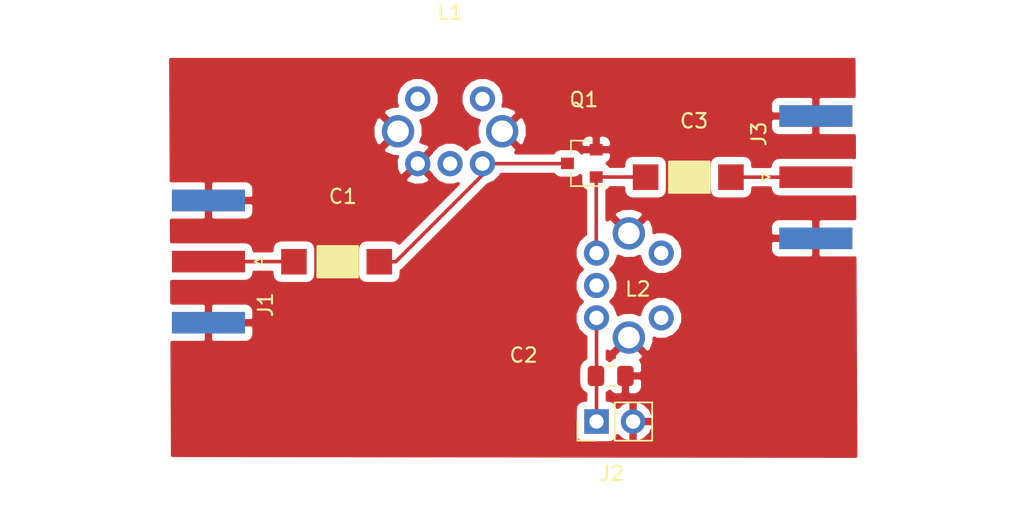
<source format=kicad_pcb>
(kicad_pcb (version 20171130) (host pcbnew "(6.0.0-rc1-dev-305-gf0b8b21)")

  (general
    (thickness 1.6)
    (drawings 0)
    (tracks 13)
    (zones 0)
    (modules 9)
    (nets 7)
  )

  (page A4)
  (layers
    (0 F.Cu signal)
    (31 B.Cu signal)
    (32 B.Adhes user)
    (33 F.Adhes user)
    (34 B.Paste user)
    (35 F.Paste user)
    (36 B.SilkS user)
    (37 F.SilkS user)
    (38 B.Mask user)
    (39 F.Mask user)
    (40 Dwgs.User user)
    (41 Cmts.User user)
    (42 Eco1.User user)
    (43 Eco2.User user)
    (44 Edge.Cuts user)
    (45 Margin user)
    (46 B.CrtYd user)
    (47 F.CrtYd user)
    (48 B.Fab user)
    (49 F.Fab user)
  )

  (setup
    (last_trace_width 0.25)
    (trace_clearance 0.2)
    (zone_clearance 0.508)
    (zone_45_only no)
    (trace_min 0.2)
    (via_size 0.8)
    (via_drill 0.4)
    (via_min_size 0.4)
    (via_min_drill 0.3)
    (uvia_size 0.3)
    (uvia_drill 0.1)
    (uvias_allowed no)
    (uvia_min_size 0.2)
    (uvia_min_drill 0.1)
    (edge_width 0.1)
    (segment_width 0.2)
    (pcb_text_width 0.3)
    (pcb_text_size 1.5 1.5)
    (mod_edge_width 0.15)
    (mod_text_size 1 1)
    (mod_text_width 0.15)
    (pad_size 2.25 2.25)
    (pad_drill 1.5)
    (pad_to_mask_clearance 0)
    (aux_axis_origin 0 0)
    (visible_elements FFFFFF7F)
    (pcbplotparams
      (layerselection 0x010fc_ffffffff)
      (usegerberextensions false)
      (usegerberattributes false)
      (usegerberadvancedattributes false)
      (creategerberjobfile false)
      (excludeedgelayer true)
      (linewidth 0.100000)
      (plotframeref false)
      (viasonmask false)
      (mode 1)
      (useauxorigin false)
      (hpglpennumber 1)
      (hpglpenspeed 20)
      (hpglpendiameter 15.000000)
      (psnegative false)
      (psa4output false)
      (plotreference true)
      (plotvalue true)
      (plotinvisibletext false)
      (padsonsilk false)
      (subtractmaskfromsilk false)
      (outputformat 1)
      (mirror false)
      (drillshape 1)
      (scaleselection 1)
      (outputdirectory ""))
  )

  (net 0 "")
  (net 1 "Net-(C1-Pad1)")
  (net 2 "Net-(C1-Pad2)")
  (net 3 +8V)
  (net 4 GND)
  (net 5 "Net-(C3-Pad2)")
  (net 6 "Net-(C3-Pad1)")

  (net_class Default "This is the default net class."
    (clearance 0.2)
    (trace_width 0.25)
    (via_dia 0.8)
    (via_drill 0.4)
    (uvia_dia 0.3)
    (uvia_drill 0.1)
    (add_net +8V)
    (add_net GND)
    (add_net "Net-(C1-Pad1)")
    (add_net "Net-(C1-Pad2)")
    (add_net "Net-(C3-Pad1)")
    (add_net "Net-(C3-Pad2)")
  )

  (module "Connector_PinHeader_2.54mm:Variable Capacitor" (layer F.Cu) (tedit 5E3CC113) (tstamp 5E477444)
    (at 141.300652 68.99 180)
    (path /5E4707C9)
    (fp_text reference C1 (at 0.020652 4.54 180) (layer F.SilkS)
      (effects (font (size 1 1) (thickness 0.15)))
    )
    (fp_text value 8-30pF (at 0.070652 2.35 180) (layer F.Fab)
      (effects (font (size 1 1) (thickness 0.15)))
    )
    (fp_poly (pts (xy -1.016 -1.0795) (xy -1.016 1.0795) (xy 1.778 1.0795) (xy 1.778 -1.0795)) (layer F.SilkS) (width 0.15))
    (pad 1 smd rect (at -2.516124 0 180) (size 1.778 1.778) (layers F.Cu F.Paste F.Mask)
      (net 1 "Net-(C1-Pad1)"))
    (pad 2 smd rect (at 3.419348 0 180) (size 1.778 1.778) (layers F.Cu F.Paste F.Mask)
      (net 2 "Net-(C1-Pad2)"))
  )

  (module Capacitor_SMD:C_0805_2012Metric_Pad1.15x1.40mm_HandSolder (layer F.Cu) (tedit 5B36C52B) (tstamp 5E477455)
    (at 159.905 76.93)
    (descr "Capacitor SMD 0805 (2012 Metric), square (rectangular) end terminal, IPC_7351 nominal with elongated pad for handsoldering. (Body size source: https://docs.google.com/spreadsheets/d/1BsfQQcO9C6DZCsRaXUlFlo91Tg2WpOkGARC1WS5S8t0/edit?usp=sharing), generated with kicad-footprint-generator")
    (tags "capacitor handsolder")
    (path /5E471017)
    (attr smd)
    (fp_text reference C2 (at -6.055 -1.44) (layer F.SilkS)
      (effects (font (size 1 1) (thickness 0.15)))
    )
    (fp_text value 1uF (at -5.835 0.09) (layer F.Fab)
      (effects (font (size 1 1) (thickness 0.15)))
    )
    (fp_line (start -1 0.6) (end -1 -0.6) (layer F.Fab) (width 0.1))
    (fp_line (start -1 -0.6) (end 1 -0.6) (layer F.Fab) (width 0.1))
    (fp_line (start 1 -0.6) (end 1 0.6) (layer F.Fab) (width 0.1))
    (fp_line (start 1 0.6) (end -1 0.6) (layer F.Fab) (width 0.1))
    (fp_line (start -0.261252 -0.71) (end 0.261252 -0.71) (layer F.SilkS) (width 0.12))
    (fp_line (start -0.261252 0.71) (end 0.261252 0.71) (layer F.SilkS) (width 0.12))
    (fp_line (start -1.85 0.95) (end -1.85 -0.95) (layer F.CrtYd) (width 0.05))
    (fp_line (start -1.85 -0.95) (end 1.85 -0.95) (layer F.CrtYd) (width 0.05))
    (fp_line (start 1.85 -0.95) (end 1.85 0.95) (layer F.CrtYd) (width 0.05))
    (fp_line (start 1.85 0.95) (end -1.85 0.95) (layer F.CrtYd) (width 0.05))
    (fp_text user %R (at 0 0) (layer F.Fab)
      (effects (font (size 0.5 0.5) (thickness 0.08)))
    )
    (pad 1 smd roundrect (at -1.025 0) (size 1.15 1.4) (layers F.Cu F.Paste F.Mask) (roundrect_rratio 0.217391)
      (net 3 +8V))
    (pad 2 smd roundrect (at 1.025 0) (size 1.15 1.4) (layers F.Cu F.Paste F.Mask) (roundrect_rratio 0.217391)
      (net 4 GND))
    (model ${KISYS3DMOD}/Capacitor_SMD.3dshapes/C_0805_2012Metric.wrl
      (at (xyz 0 0 0))
      (scale (xyz 1 1 1))
      (rotate (xyz 0 0 0))
    )
  )

  (module "Connector_PinHeader_2.54mm:Variable Capacitor" (layer F.Cu) (tedit 5E3CC113) (tstamp 5E47745C)
    (at 165.750652 63.11 180)
    (path /5E470B62)
    (fp_text reference C3 (at 0.050652 3.91 180) (layer F.SilkS)
      (effects (font (size 1 1) (thickness 0.15)))
    )
    (fp_text value 8-30pF (at 0.000652 2.05 180) (layer F.Fab)
      (effects (font (size 1 1) (thickness 0.15)))
    )
    (fp_poly (pts (xy -1.016 -1.0795) (xy -1.016 1.0795) (xy 1.778 1.0795) (xy 1.778 -1.0795)) (layer F.SilkS) (width 0.15))
    (pad 2 smd rect (at 3.419348 0 180) (size 1.778 1.778) (layers F.Cu F.Paste F.Mask)
      (net 5 "Net-(C3-Pad2)"))
    (pad 1 smd rect (at -2.516124 0 180) (size 1.778 1.778) (layers F.Cu F.Paste F.Mask)
      (net 6 "Net-(C3-Pad1)"))
  )

  (module Connector_Coaxial:SMA_Amphenol_132289_EdgeMount (layer F.Cu) (tedit 5A1C1810) (tstamp 5E47747F)
    (at 131.94 68.98 180)
    (descr http://www.amphenolrf.com/132289.html)
    (tags SMA)
    (path /5E4706A1)
    (attr smd)
    (fp_text reference J1 (at -3.96 -3 270) (layer F.SilkS)
      (effects (font (size 1 1) (thickness 0.15)))
    )
    (fp_text value Conn_Coaxial (at 8.41 7.62 180) (layer F.Fab)
      (effects (font (size 1 1) (thickness 0.15)))
    )
    (fp_line (start -3.71 0.25) (end -3.21 0) (layer F.SilkS) (width 0.12))
    (fp_line (start -3.71 -0.25) (end -3.71 0.25) (layer F.SilkS) (width 0.12))
    (fp_line (start -3.21 0) (end -3.71 -0.25) (layer F.SilkS) (width 0.12))
    (fp_line (start 3.54 0) (end 2.54 0.75) (layer F.Fab) (width 0.1))
    (fp_line (start 2.54 -0.75) (end 3.54 0) (layer F.Fab) (width 0.1))
    (fp_text user %R (at 4.79 0 90) (layer F.Fab)
      (effects (font (size 1 1) (thickness 0.15)))
    )
    (fp_line (start 14.47 -5.58) (end -3.04 -5.58) (layer F.CrtYd) (width 0.05))
    (fp_line (start 14.47 -5.58) (end 14.47 5.58) (layer F.CrtYd) (width 0.05))
    (fp_line (start 14.47 5.58) (end -3.04 5.58) (layer F.CrtYd) (width 0.05))
    (fp_line (start -3.04 5.58) (end -3.04 -5.58) (layer F.CrtYd) (width 0.05))
    (fp_line (start 14.47 -5.58) (end -3.04 -5.58) (layer B.CrtYd) (width 0.05))
    (fp_line (start 14.47 -5.58) (end 14.47 5.58) (layer B.CrtYd) (width 0.05))
    (fp_line (start 14.47 5.58) (end -3.04 5.58) (layer B.CrtYd) (width 0.05))
    (fp_line (start -3.04 5.58) (end -3.04 -5.58) (layer B.CrtYd) (width 0.05))
    (fp_line (start 4.445 -3.81) (end 13.97 -3.81) (layer F.Fab) (width 0.1))
    (fp_line (start 13.97 -3.81) (end 13.97 3.81) (layer F.Fab) (width 0.1))
    (fp_line (start 13.97 3.81) (end 4.445 3.81) (layer F.Fab) (width 0.1))
    (fp_line (start 4.445 5.08) (end 4.445 3.81) (layer F.Fab) (width 0.1))
    (fp_line (start 4.445 -3.81) (end 4.445 -5.08) (layer F.Fab) (width 0.1))
    (fp_line (start -1.91 -5.08) (end 4.445 -5.08) (layer F.Fab) (width 0.1))
    (fp_line (start -1.91 -5.08) (end -1.91 -3.81) (layer F.Fab) (width 0.1))
    (fp_line (start -1.91 -3.81) (end 2.54 -3.81) (layer F.Fab) (width 0.1))
    (fp_line (start 2.54 -3.81) (end 2.54 3.81) (layer F.Fab) (width 0.1))
    (fp_line (start 2.54 3.81) (end -1.91 3.81) (layer F.Fab) (width 0.1))
    (fp_line (start -1.91 3.81) (end -1.91 5.08) (layer F.Fab) (width 0.1))
    (fp_line (start -1.91 5.08) (end 4.445 5.08) (layer F.Fab) (width 0.1))
    (pad 2 smd rect (at 0 4.25 270) (size 1.5 5.08) (layers B.Cu B.Paste B.Mask)
      (net 4 GND))
    (pad 2 smd rect (at 0 -4.25 270) (size 1.5 5.08) (layers B.Cu B.Paste B.Mask)
      (net 4 GND))
    (pad 2 smd rect (at 0 4.25 270) (size 1.5 5.08) (layers F.Cu F.Paste F.Mask)
      (net 4 GND))
    (pad 2 smd rect (at 0 -4.25 270) (size 1.5 5.08) (layers F.Cu F.Paste F.Mask)
      (net 4 GND))
    (pad 1 smd rect (at 0 0 270) (size 1.5 5.08) (layers F.Cu F.Paste F.Mask)
      (net 2 "Net-(C1-Pad2)"))
    (model ${KISYS3DMOD}/Connector_Coaxial.3dshapes/SMA_Amphenol_132289_EdgeMount.wrl
      (at (xyz 0 0 0))
      (scale (xyz 1 1 1))
      (rotate (xyz 0 0 0))
    )
  )

  (module Connector_Coaxial:SMA_Amphenol_132289_EdgeMount (layer F.Cu) (tedit 5A1C1810) (tstamp 5E4774CD)
    (at 174.17 63.11)
    (descr http://www.amphenolrf.com/132289.html)
    (tags SMA)
    (path /5E470CBD)
    (attr smd)
    (fp_text reference J3 (at -3.96 -3 90) (layer F.SilkS)
      (effects (font (size 1 1) (thickness 0.15)))
    )
    (fp_text value Conn_Coaxial (at 8.5 6.95) (layer F.Fab)
      (effects (font (size 1 1) (thickness 0.15)))
    )
    (fp_line (start -1.91 5.08) (end 4.445 5.08) (layer F.Fab) (width 0.1))
    (fp_line (start -1.91 3.81) (end -1.91 5.08) (layer F.Fab) (width 0.1))
    (fp_line (start 2.54 3.81) (end -1.91 3.81) (layer F.Fab) (width 0.1))
    (fp_line (start 2.54 -3.81) (end 2.54 3.81) (layer F.Fab) (width 0.1))
    (fp_line (start -1.91 -3.81) (end 2.54 -3.81) (layer F.Fab) (width 0.1))
    (fp_line (start -1.91 -5.08) (end -1.91 -3.81) (layer F.Fab) (width 0.1))
    (fp_line (start -1.91 -5.08) (end 4.445 -5.08) (layer F.Fab) (width 0.1))
    (fp_line (start 4.445 -3.81) (end 4.445 -5.08) (layer F.Fab) (width 0.1))
    (fp_line (start 4.445 5.08) (end 4.445 3.81) (layer F.Fab) (width 0.1))
    (fp_line (start 13.97 3.81) (end 4.445 3.81) (layer F.Fab) (width 0.1))
    (fp_line (start 13.97 -3.81) (end 13.97 3.81) (layer F.Fab) (width 0.1))
    (fp_line (start 4.445 -3.81) (end 13.97 -3.81) (layer F.Fab) (width 0.1))
    (fp_line (start -3.04 5.58) (end -3.04 -5.58) (layer B.CrtYd) (width 0.05))
    (fp_line (start 14.47 5.58) (end -3.04 5.58) (layer B.CrtYd) (width 0.05))
    (fp_line (start 14.47 -5.58) (end 14.47 5.58) (layer B.CrtYd) (width 0.05))
    (fp_line (start 14.47 -5.58) (end -3.04 -5.58) (layer B.CrtYd) (width 0.05))
    (fp_line (start -3.04 5.58) (end -3.04 -5.58) (layer F.CrtYd) (width 0.05))
    (fp_line (start 14.47 5.58) (end -3.04 5.58) (layer F.CrtYd) (width 0.05))
    (fp_line (start 14.47 -5.58) (end 14.47 5.58) (layer F.CrtYd) (width 0.05))
    (fp_line (start 14.47 -5.58) (end -3.04 -5.58) (layer F.CrtYd) (width 0.05))
    (fp_text user %R (at 4.79 0 270) (layer F.Fab)
      (effects (font (size 1 1) (thickness 0.15)))
    )
    (fp_line (start 2.54 -0.75) (end 3.54 0) (layer F.Fab) (width 0.1))
    (fp_line (start 3.54 0) (end 2.54 0.75) (layer F.Fab) (width 0.1))
    (fp_line (start -3.21 0) (end -3.71 -0.25) (layer F.SilkS) (width 0.12))
    (fp_line (start -3.71 -0.25) (end -3.71 0.25) (layer F.SilkS) (width 0.12))
    (fp_line (start -3.71 0.25) (end -3.21 0) (layer F.SilkS) (width 0.12))
    (pad 1 smd rect (at 0 0 90) (size 1.5 5.08) (layers F.Cu F.Paste F.Mask)
      (net 6 "Net-(C3-Pad1)"))
    (pad 2 smd rect (at 0 -4.25 90) (size 1.5 5.08) (layers F.Cu F.Paste F.Mask)
      (net 4 GND))
    (pad 2 smd rect (at 0 4.25 90) (size 1.5 5.08) (layers F.Cu F.Paste F.Mask)
      (net 4 GND))
    (pad 2 smd rect (at 0 -4.25 90) (size 1.5 5.08) (layers B.Cu B.Paste B.Mask)
      (net 4 GND))
    (pad 2 smd rect (at 0 4.25 90) (size 1.5 5.08) (layers B.Cu B.Paste B.Mask)
      (net 4 GND))
    (model ${KISYS3DMOD}/Connector_Coaxial.3dshapes/SMA_Amphenol_132289_EdgeMount.wrl
      (at (xyz 0 0 0))
      (scale (xyz 1 1 1))
      (rotate (xyz 0 0 0))
    )
  )

  (module LT:IND_trimmer_7M3 (layer F.Cu) (tedit 5E473934) (tstamp 5E4774DD)
    (at 148.74 59.92 180)
    (path /5E470843)
    (fp_text reference L1 (at 0.01 8.28 180) (layer F.SilkS)
      (effects (font (size 1 1) (thickness 0.15)))
    )
    (fp_text value 0.54-0.81uH (at 0.01 6.31 180) (layer F.Fab)
      (effects (font (size 1 1) (thickness 0.15)))
    )
    (fp_line (start 0 -3.81) (end -3.81 -3.81) (layer F.CrtYd) (width 0.12))
    (fp_line (start -3.81 -3.81) (end -3.81 3.81) (layer F.CrtYd) (width 0.12))
    (fp_line (start -3.81 3.81) (end 3.81 3.81) (layer F.CrtYd) (width 0.12))
    (fp_line (start 3.81 3.81) (end 3.81 -3.81) (layer F.CrtYd) (width 0.12))
    (fp_line (start 3.81 -3.81) (end 0 -3.81) (layer F.CrtYd) (width 0.12))
    (pad 2 thru_hole circle (at 0 -2.25 180) (size 1.75 1.75) (drill 1) (layers *.Cu *.Mask))
    (pad 6 thru_hole circle (at -2.25 2.25 180) (size 1.75 1.75) (drill 1) (layers *.Cu *.Mask))
    (pad 1 thru_hole circle (at -2.25 -2.25 180) (size 1.75 1.75) (drill 1) (layers *.Cu *.Mask)
      (net 1 "Net-(C1-Pad1)"))
    (pad 3 thru_hole circle (at 2.25 -2.25 180) (size 1.75 1.75) (drill 1) (layers *.Cu *.Mask)
      (net 4 GND))
    (pad 4 thru_hole circle (at 2.25 2.25 180) (size 1.75 1.75) (drill 1) (layers *.Cu *.Mask))
    (pad 5 thru_hole circle (at -3.62 0 180) (size 2.25 2.25) (drill 1.5) (layers *.Cu *.Mask)
      (net 4 GND))
    (pad 5 thru_hole circle (at 3.62 0 180) (size 2.25 2.25) (drill 1.5) (layers *.Cu *.Mask)
      (net 4 GND))
  )

  (module LT:IND_trimmer_7M3 (layer F.Cu) (tedit 5E473947) (tstamp 5E4774ED)
    (at 161.17 70.64 90)
    (path /5E470C14)
    (fp_text reference L2 (at -0.25 0.62 180) (layer F.SilkS)
      (effects (font (size 1 1) (thickness 0.15)))
    )
    (fp_text value 1.8-2.6uH (at -1.18 -8.2 180) (layer F.Fab)
      (effects (font (size 1 1) (thickness 0.15)))
    )
    (fp_line (start 3.81 -3.81) (end 0 -3.81) (layer F.CrtYd) (width 0.12))
    (fp_line (start 3.81 3.81) (end 3.81 -3.81) (layer F.CrtYd) (width 0.12))
    (fp_line (start -3.81 3.81) (end 3.81 3.81) (layer F.CrtYd) (width 0.12))
    (fp_line (start -3.81 -3.81) (end -3.81 3.81) (layer F.CrtYd) (width 0.12))
    (fp_line (start 0 -3.81) (end -3.81 -3.81) (layer F.CrtYd) (width 0.12))
    (pad 5 thru_hole circle (at 3.62 0 90) (size 2.25 2.25) (drill 1.5) (layers *.Cu *.Mask)
      (net 4 GND))
    (pad 5 thru_hole circle (at -3.62 0 90) (size 2.25 2.25) (drill 1.5) (layers *.Cu *.Mask)
      (net 4 GND))
    (pad 4 thru_hole circle (at 2.25 2.25 90) (size 1.75 1.75) (drill 1) (layers *.Cu *.Mask))
    (pad 3 thru_hole circle (at 2.25 -2.25 90) (size 1.75 1.75) (drill 1) (layers *.Cu *.Mask)
      (net 5 "Net-(C3-Pad2)"))
    (pad 1 thru_hole circle (at -2.25 -2.25 90) (size 1.75 1.75) (drill 1) (layers *.Cu *.Mask)
      (net 3 +8V))
    (pad 6 thru_hole circle (at -2.25 2.25 90) (size 1.75 1.75) (drill 1) (layers *.Cu *.Mask))
    (pad 2 thru_hole circle (at 0 -2.25 90) (size 1.75 1.75) (drill 1) (layers *.Cu *.Mask))
  )

  (module Package_TO_SOT_SMD:SOT-23 (layer F.Cu) (tedit 5E473814) (tstamp 5E477502)
    (at 157.9 62.15 180)
    (descr "SOT-23, Standard")
    (tags SOT-23)
    (path /5E47098D)
    (attr smd)
    (fp_text reference Q1 (at -0.14 4.43 180) (layer F.SilkS)
      (effects (font (size 1 1) (thickness 0.15)))
    )
    (fp_text value 2N5486 (at -0.03 2.73 180) (layer F.Fab)
      (effects (font (size 1 1) (thickness 0.15)))
    )
    (fp_text user %R (at 0 0 270) (layer F.Fab)
      (effects (font (size 0.5 0.5) (thickness 0.075)))
    )
    (fp_line (start -0.7 -0.95) (end -0.7 1.5) (layer F.Fab) (width 0.1))
    (fp_line (start -0.15 -1.52) (end 0.7 -1.52) (layer F.Fab) (width 0.1))
    (fp_line (start -0.7 -0.95) (end -0.15 -1.52) (layer F.Fab) (width 0.1))
    (fp_line (start 0.7 -1.52) (end 0.7 1.52) (layer F.Fab) (width 0.1))
    (fp_line (start -0.7 1.52) (end 0.7 1.52) (layer F.Fab) (width 0.1))
    (fp_line (start 0.76 1.58) (end 0.76 0.65) (layer F.SilkS) (width 0.12))
    (fp_line (start 0.76 -1.58) (end 0.76 -0.65) (layer F.SilkS) (width 0.12))
    (fp_line (start -1.7 -1.75) (end 1.7 -1.75) (layer F.CrtYd) (width 0.05))
    (fp_line (start 1.7 -1.75) (end 1.7 1.75) (layer F.CrtYd) (width 0.05))
    (fp_line (start 1.7 1.75) (end -1.7 1.75) (layer F.CrtYd) (width 0.05))
    (fp_line (start -1.7 1.75) (end -1.7 -1.75) (layer F.CrtYd) (width 0.05))
    (fp_line (start 0.76 -1.58) (end -1.4 -1.58) (layer F.SilkS) (width 0.12))
    (fp_line (start 0.76 1.58) (end -0.7 1.58) (layer F.SilkS) (width 0.12))
    (pad 1 smd rect (at -1 -0.95 180) (size 0.9 0.8) (layers F.Cu F.Paste F.Mask)
      (net 5 "Net-(C3-Pad2)"))
    (pad 2 smd rect (at -1 0.95 180) (size 0.9 0.8) (layers F.Cu F.Paste F.Mask)
      (net 4 GND))
    (pad 3 smd rect (at 1 0 180) (size 0.9 0.8) (layers F.Cu F.Paste F.Mask)
      (net 1 "Net-(C1-Pad1)"))
    (model ${KISYS3DMOD}/Package_TO_SOT_SMD.3dshapes/SOT-23.wrl
      (at (xyz 0 0 0))
      (scale (xyz 1 1 1))
      (rotate (xyz 0 0 0))
    )
  )

  (module Connector_PinHeader_2.54mm:PinHeader_1x02_P2.54mm_Vertical (layer F.Cu) (tedit 59FED5CC) (tstamp 5E473DDF)
    (at 158.92 80.1 90)
    (descr "Through hole straight pin header, 1x02, 2.54mm pitch, single row")
    (tags "Through hole pin header THT 1x02 2.54mm single row")
    (path /5E4711B0)
    (fp_text reference J2 (at -3.61 1.06 180) (layer F.SilkS)
      (effects (font (size 1 1) (thickness 0.15)))
    )
    (fp_text value Conn_01x02_Male (at -5.23 0.7 180) (layer F.Fab)
      (effects (font (size 1 1) (thickness 0.15)))
    )
    (fp_line (start -0.635 -1.27) (end 1.27 -1.27) (layer F.Fab) (width 0.1))
    (fp_line (start 1.27 -1.27) (end 1.27 3.81) (layer F.Fab) (width 0.1))
    (fp_line (start 1.27 3.81) (end -1.27 3.81) (layer F.Fab) (width 0.1))
    (fp_line (start -1.27 3.81) (end -1.27 -0.635) (layer F.Fab) (width 0.1))
    (fp_line (start -1.27 -0.635) (end -0.635 -1.27) (layer F.Fab) (width 0.1))
    (fp_line (start -1.33 3.87) (end 1.33 3.87) (layer F.SilkS) (width 0.12))
    (fp_line (start -1.33 1.27) (end -1.33 3.87) (layer F.SilkS) (width 0.12))
    (fp_line (start 1.33 1.27) (end 1.33 3.87) (layer F.SilkS) (width 0.12))
    (fp_line (start -1.33 1.27) (end 1.33 1.27) (layer F.SilkS) (width 0.12))
    (fp_line (start -1.33 0) (end -1.33 -1.33) (layer F.SilkS) (width 0.12))
    (fp_line (start -1.33 -1.33) (end 0 -1.33) (layer F.SilkS) (width 0.12))
    (fp_line (start -1.8 -1.8) (end -1.8 4.35) (layer F.CrtYd) (width 0.05))
    (fp_line (start -1.8 4.35) (end 1.8 4.35) (layer F.CrtYd) (width 0.05))
    (fp_line (start 1.8 4.35) (end 1.8 -1.8) (layer F.CrtYd) (width 0.05))
    (fp_line (start 1.8 -1.8) (end -1.8 -1.8) (layer F.CrtYd) (width 0.05))
    (fp_text user %R (at 0 1.27 180) (layer F.Fab)
      (effects (font (size 1 1) (thickness 0.15)))
    )
    (pad 1 thru_hole rect (at 0 0 90) (size 1.7 1.7) (drill 1) (layers *.Cu *.Mask)
      (net 3 +8V))
    (pad 2 thru_hole oval (at 0 2.54 90) (size 1.7 1.7) (drill 1) (layers *.Cu *.Mask)
      (net 4 GND))
    (model ${KISYS3DMOD}/Connector_PinHeader_2.54mm.3dshapes/PinHeader_1x02_P2.54mm_Vertical.wrl
      (at (xyz 0 0 0))
      (scale (xyz 1 1 1))
      (rotate (xyz 0 0 0))
    )
  )

  (segment (start 150.99 62.955776) (end 150.99 62.17) (width 0.25) (layer F.Cu) (net 1) (status 30))
  (segment (start 144.955776 68.99) (end 150.99 62.955776) (width 0.25) (layer F.Cu) (net 1) (status 20))
  (segment (start 143.816776 68.99) (end 144.955776 68.99) (width 0.25) (layer F.Cu) (net 1) (status 10))
  (segment (start 156.88 62.17) (end 156.9 62.15) (width 0.25) (layer F.Cu) (net 1))
  (segment (start 150.99 62.17) (end 156.88 62.17) (width 0.25) (layer F.Cu) (net 1))
  (segment (start 137.871304 68.98) (end 137.881304 68.99) (width 0.25) (layer F.Cu) (net 2) (status 30))
  (segment (start 131.94 68.98) (end 137.871304 68.98) (width 0.25) (layer F.Cu) (net 2) (status 30))
  (segment (start 158.92 72.89) (end 158.92 80.1) (width 0.25) (layer F.Cu) (net 3))
  (segment (start 158.9 68.37) (end 158.92 68.39) (width 0.25) (layer F.Cu) (net 5))
  (segment (start 158.9 63.1) (end 158.9 68.37) (width 0.25) (layer F.Cu) (net 5))
  (segment (start 162.321304 63.1) (end 162.331304 63.11) (width 0.25) (layer F.Cu) (net 5))
  (segment (start 158.9 63.1) (end 162.321304 63.1) (width 0.25) (layer F.Cu) (net 5))
  (segment (start 168.266776 63.11) (end 174.17 63.11) (width 0.25) (layer F.Cu) (net 6))

  (zone (net 4) (net_name GND) (layer F.Cu) (tstamp 0) (hatch edge 0.508)
    (connect_pads (clearance 0.508))
    (min_thickness 0.254)
    (fill yes (arc_segments 16) (thermal_gap 0.508) (thermal_bridge_width 0.508))
    (polygon
      (pts
        (xy 129.2 54.82) (xy 129.33 82.57) (xy 177.06 82.63) (xy 176.93 54.82)
      )
    )
    (filled_polygon
      (pts
        (xy 176.815409 57.475) (xy 174.45575 57.475) (xy 174.297 57.63375) (xy 174.297 58.733) (xy 174.317 58.733)
        (xy 174.317 58.987) (xy 174.297 58.987) (xy 174.297 60.08625) (xy 174.45575 60.245) (xy 176.828358 60.245)
        (xy 176.835335 61.73749) (xy 176.71 61.71256) (xy 171.63 61.71256) (xy 171.382235 61.761843) (xy 171.172191 61.902191)
        (xy 171.031843 62.112235) (xy 170.984549 62.35) (xy 169.803216 62.35) (xy 169.803216 62.221) (xy 169.753933 61.973235)
        (xy 169.613585 61.763191) (xy 169.403541 61.622843) (xy 169.155776 61.57356) (xy 167.377776 61.57356) (xy 167.130011 61.622843)
        (xy 166.919967 61.763191) (xy 166.779619 61.973235) (xy 166.730336 62.221) (xy 166.730336 63.999) (xy 166.779619 64.246765)
        (xy 166.919967 64.456809) (xy 167.130011 64.597157) (xy 167.377776 64.64644) (xy 169.155776 64.64644) (xy 169.403541 64.597157)
        (xy 169.613585 64.456809) (xy 169.753933 64.246765) (xy 169.803216 63.999) (xy 169.803216 63.87) (xy 170.984549 63.87)
        (xy 171.031843 64.107765) (xy 171.172191 64.317809) (xy 171.382235 64.458157) (xy 171.63 64.50744) (xy 176.71 64.50744)
        (xy 176.848155 64.47996) (xy 176.85518 65.982816) (xy 176.83631 65.975) (xy 174.45575 65.975) (xy 174.297 66.13375)
        (xy 174.297 67.233) (xy 174.317 67.233) (xy 174.317 67.487) (xy 174.297 67.487) (xy 174.297 68.58625)
        (xy 174.45575 68.745) (xy 176.83631 68.745) (xy 176.86803 68.731861) (xy 176.932404 82.502839) (xy 129.456408 82.443159)
        (xy 129.419735 74.615) (xy 131.65425 74.615) (xy 131.813 74.45625) (xy 131.813 73.357) (xy 132.067 73.357)
        (xy 132.067 74.45625) (xy 132.22575 74.615) (xy 134.60631 74.615) (xy 134.839699 74.518327) (xy 135.018327 74.339698)
        (xy 135.115 74.106309) (xy 135.115 73.51575) (xy 134.95625 73.357) (xy 132.067 73.357) (xy 131.813 73.357)
        (xy 131.793 73.357) (xy 131.793 73.103) (xy 131.813 73.103) (xy 131.813 72.00375) (xy 132.067 72.00375)
        (xy 132.067 73.103) (xy 134.95625 73.103) (xy 135.115 72.94425) (xy 135.115 72.353691) (xy 135.018327 72.120302)
        (xy 134.839699 71.941673) (xy 134.60631 71.845) (xy 132.22575 71.845) (xy 132.067 72.00375) (xy 131.813 72.00375)
        (xy 131.65425 71.845) (xy 129.406759 71.845) (xy 129.399884 70.377417) (xy 129.4 70.37744) (xy 134.48 70.37744)
        (xy 134.727765 70.328157) (xy 134.937809 70.187809) (xy 135.078157 69.977765) (xy 135.125451 69.74) (xy 136.344864 69.74)
        (xy 136.344864 69.879) (xy 136.394147 70.126765) (xy 136.534495 70.336809) (xy 136.744539 70.477157) (xy 136.992304 70.52644)
        (xy 138.770304 70.52644) (xy 139.018069 70.477157) (xy 139.228113 70.336809) (xy 139.368461 70.126765) (xy 139.417744 69.879)
        (xy 139.417744 68.101) (xy 142.280336 68.101) (xy 142.280336 69.879) (xy 142.329619 70.126765) (xy 142.469967 70.336809)
        (xy 142.680011 70.477157) (xy 142.927776 70.52644) (xy 144.705776 70.52644) (xy 144.953541 70.477157) (xy 145.163585 70.336809)
        (xy 145.303933 70.126765) (xy 145.353216 69.879) (xy 145.353216 69.638483) (xy 145.503705 69.537929) (xy 145.546107 69.47447)
        (xy 151.376091 63.644488) (xy 151.845346 63.450116) (xy 152.270116 63.025346) (xy 152.30961 62.93) (xy 155.9402 62.93)
        (xy 155.992191 63.007809) (xy 156.202235 63.148157) (xy 156.45 63.19744) (xy 157.35 63.19744) (xy 157.597765 63.148157)
        (xy 157.80256 63.011316) (xy 157.80256 63.5) (xy 157.851843 63.747765) (xy 157.992191 63.957809) (xy 158.14 64.056573)
        (xy 158.140001 67.078674) (xy 158.064654 67.109884) (xy 157.639884 67.534654) (xy 157.41 68.089642) (xy 157.41 68.690358)
        (xy 157.639884 69.245346) (xy 157.909538 69.515) (xy 157.639884 69.784654) (xy 157.41 70.339642) (xy 157.41 70.940358)
        (xy 157.639884 71.495346) (xy 157.909538 71.765) (xy 157.639884 72.034654) (xy 157.41 72.589642) (xy 157.41 73.190358)
        (xy 157.639884 73.745346) (xy 158.064654 74.170116) (xy 158.16 74.20961) (xy 158.16 75.685327) (xy 157.920414 75.845414)
        (xy 157.725873 76.136564) (xy 157.65756 76.479999) (xy 157.65756 77.380001) (xy 157.725873 77.723436) (xy 157.920414 78.014586)
        (xy 158.160001 78.174673) (xy 158.160001 78.60256) (xy 158.07 78.60256) (xy 157.822235 78.651843) (xy 157.612191 78.792191)
        (xy 157.471843 79.002235) (xy 157.42256 79.25) (xy 157.42256 80.95) (xy 157.471843 81.197765) (xy 157.612191 81.407809)
        (xy 157.822235 81.548157) (xy 158.07 81.59744) (xy 159.77 81.59744) (xy 160.017765 81.548157) (xy 160.227809 81.407809)
        (xy 160.368157 81.197765) (xy 160.388739 81.094292) (xy 160.693076 81.371645) (xy 161.10311 81.541476) (xy 161.333 81.420155)
        (xy 161.333 80.227) (xy 161.587 80.227) (xy 161.587 81.420155) (xy 161.81689 81.541476) (xy 162.226924 81.371645)
        (xy 162.655183 80.981358) (xy 162.901486 80.456892) (xy 162.780819 80.227) (xy 161.587 80.227) (xy 161.333 80.227)
        (xy 161.313 80.227) (xy 161.313 79.973) (xy 161.333 79.973) (xy 161.333 78.779845) (xy 161.587 78.779845)
        (xy 161.587 79.973) (xy 162.780819 79.973) (xy 162.901486 79.743108) (xy 162.655183 79.218642) (xy 162.226924 78.828355)
        (xy 161.81689 78.658524) (xy 161.587 78.779845) (xy 161.333 78.779845) (xy 161.10311 78.658524) (xy 160.693076 78.828355)
        (xy 160.388739 79.105708) (xy 160.368157 79.002235) (xy 160.227809 78.792191) (xy 160.017765 78.651843) (xy 159.77 78.60256)
        (xy 159.68 78.60256) (xy 159.68 78.121218) (xy 159.839586 78.014586) (xy 159.840377 78.013403) (xy 159.995302 78.168327)
        (xy 160.228691 78.265) (xy 160.64425 78.265) (xy 160.803 78.10625) (xy 160.803 77.057) (xy 161.057 77.057)
        (xy 161.057 78.10625) (xy 161.21575 78.265) (xy 161.631309 78.265) (xy 161.864698 78.168327) (xy 162.043327 77.989699)
        (xy 162.14 77.75631) (xy 162.14 77.21575) (xy 161.98125 77.057) (xy 161.057 77.057) (xy 160.803 77.057)
        (xy 160.783 77.057) (xy 160.783 76.803) (xy 160.803 76.803) (xy 160.803 76.783) (xy 161.057 76.783)
        (xy 161.057 76.803) (xy 161.98125 76.803) (xy 162.14 76.64425) (xy 162.14 76.10369) (xy 162.043327 75.870301)
        (xy 162.00371 75.830684) (xy 162.119379 75.782773) (xy 162.233342 75.502947) (xy 161.17 74.439605) (xy 160.106658 75.502947)
        (xy 160.156351 75.624964) (xy 159.995302 75.691673) (xy 159.840377 75.846597) (xy 159.839586 75.845414) (xy 159.68 75.738782)
        (xy 159.68 75.222726) (xy 159.927053 75.323342) (xy 160.990395 74.26) (xy 160.976253 74.245858) (xy 161.155858 74.066253)
        (xy 161.17 74.080395) (xy 161.184143 74.066253) (xy 161.363748 74.245858) (xy 161.349605 74.26) (xy 162.412947 75.323342)
        (xy 162.692773 75.209379) (xy 162.94017 74.554371) (xy 162.932853 74.322629) (xy 163.119642 74.4) (xy 163.720358 74.4)
        (xy 164.275346 74.170116) (xy 164.700116 73.745346) (xy 164.93 73.190358) (xy 164.93 72.589642) (xy 164.700116 72.034654)
        (xy 164.275346 71.609884) (xy 163.720358 71.38) (xy 163.119642 71.38) (xy 162.564654 71.609884) (xy 162.139884 72.034654)
        (xy 161.91 72.589642) (xy 161.91 72.658144) (xy 161.464371 72.48983) (xy 160.764549 72.511925) (xy 160.43 72.6505)
        (xy 160.43 72.589642) (xy 160.200116 72.034654) (xy 159.930462 71.765) (xy 160.200116 71.495346) (xy 160.43 70.940358)
        (xy 160.43 70.339642) (xy 160.200116 69.784654) (xy 159.930462 69.515) (xy 160.200116 69.245346) (xy 160.43 68.690358)
        (xy 160.43 68.621856) (xy 160.875629 68.79017) (xy 161.575451 68.768075) (xy 161.91 68.6295) (xy 161.91 68.690358)
        (xy 162.139884 69.245346) (xy 162.564654 69.670116) (xy 163.119642 69.9) (xy 163.720358 69.9) (xy 164.275346 69.670116)
        (xy 164.700116 69.245346) (xy 164.93 68.690358) (xy 164.93 68.089642) (xy 164.746134 67.64575) (xy 170.995 67.64575)
        (xy 170.995 68.236309) (xy 171.091673 68.469698) (xy 171.270301 68.648327) (xy 171.50369 68.745) (xy 173.88425 68.745)
        (xy 174.043 68.58625) (xy 174.043 67.487) (xy 171.15375 67.487) (xy 170.995 67.64575) (xy 164.746134 67.64575)
        (xy 164.700116 67.534654) (xy 164.275346 67.109884) (xy 163.720358 66.88) (xy 163.119642 66.88) (xy 162.92895 66.958987)
        (xy 162.918075 66.614549) (xy 162.863872 66.483691) (xy 170.995 66.483691) (xy 170.995 67.07425) (xy 171.15375 67.233)
        (xy 174.043 67.233) (xy 174.043 66.13375) (xy 173.88425 65.975) (xy 171.50369 65.975) (xy 171.270301 66.071673)
        (xy 171.091673 66.250302) (xy 170.995 66.483691) (xy 162.863872 66.483691) (xy 162.692773 66.070621) (xy 162.412947 65.956658)
        (xy 161.349605 67.02) (xy 161.363748 67.034143) (xy 161.184143 67.213748) (xy 161.17 67.199605) (xy 161.155858 67.213748)
        (xy 160.976253 67.034143) (xy 160.990395 67.02) (xy 159.927053 65.956658) (xy 159.66 66.065419) (xy 159.66 65.777053)
        (xy 160.106658 65.777053) (xy 161.17 66.840395) (xy 162.233342 65.777053) (xy 162.119379 65.497227) (xy 161.464371 65.24983)
        (xy 160.764549 65.271925) (xy 160.220621 65.497227) (xy 160.106658 65.777053) (xy 159.66 65.777053) (xy 159.66 64.056573)
        (xy 159.807809 63.957809) (xy 159.873163 63.86) (xy 160.794864 63.86) (xy 160.794864 63.999) (xy 160.844147 64.246765)
        (xy 160.984495 64.456809) (xy 161.194539 64.597157) (xy 161.442304 64.64644) (xy 163.220304 64.64644) (xy 163.468069 64.597157)
        (xy 163.678113 64.456809) (xy 163.818461 64.246765) (xy 163.867744 63.999) (xy 163.867744 62.221) (xy 163.818461 61.973235)
        (xy 163.678113 61.763191) (xy 163.468069 61.622843) (xy 163.220304 61.57356) (xy 161.442304 61.57356) (xy 161.194539 61.622843)
        (xy 160.984495 61.763191) (xy 160.844147 61.973235) (xy 160.794864 62.221) (xy 160.794864 62.34) (xy 159.873163 62.34)
        (xy 159.807809 62.242191) (xy 159.674306 62.152987) (xy 159.709698 62.138327) (xy 159.888327 61.959699) (xy 159.985 61.72631)
        (xy 159.985 61.48575) (xy 159.82625 61.327) (xy 159.027 61.327) (xy 159.027 61.347) (xy 158.773 61.347)
        (xy 158.773 61.327) (xy 157.97375 61.327) (xy 157.888219 61.412531) (xy 157.807809 61.292191) (xy 157.597765 61.151843)
        (xy 157.35 61.10256) (xy 156.45 61.10256) (xy 156.202235 61.151843) (xy 155.992191 61.292191) (xy 155.913473 61.41)
        (xy 153.322726 61.41) (xy 153.423342 61.162947) (xy 152.36 60.099605) (xy 152.345858 60.113748) (xy 152.166253 59.934143)
        (xy 152.180395 59.92) (xy 152.539605 59.92) (xy 153.602947 60.983342) (xy 153.882773 60.869379) (xy 153.956684 60.67369)
        (xy 157.815 60.67369) (xy 157.815 60.91425) (xy 157.97375 61.073) (xy 158.773 61.073) (xy 158.773 60.32375)
        (xy 159.027 60.32375) (xy 159.027 61.073) (xy 159.82625 61.073) (xy 159.985 60.91425) (xy 159.985 60.67369)
        (xy 159.888327 60.440301) (xy 159.709698 60.261673) (xy 159.476309 60.165) (xy 159.18575 60.165) (xy 159.027 60.32375)
        (xy 158.773 60.32375) (xy 158.61425 60.165) (xy 158.323691 60.165) (xy 158.090302 60.261673) (xy 157.911673 60.440301)
        (xy 157.815 60.67369) (xy 153.956684 60.67369) (xy 154.13017 60.214371) (xy 154.108075 59.514549) (xy 153.955314 59.14575)
        (xy 170.995 59.14575) (xy 170.995 59.736309) (xy 171.091673 59.969698) (xy 171.270301 60.148327) (xy 171.50369 60.245)
        (xy 173.88425 60.245) (xy 174.043 60.08625) (xy 174.043 58.987) (xy 171.15375 58.987) (xy 170.995 59.14575)
        (xy 153.955314 59.14575) (xy 153.882773 58.970621) (xy 153.602947 58.856658) (xy 152.539605 59.92) (xy 152.180395 59.92)
        (xy 152.166253 59.905858) (xy 152.345858 59.726253) (xy 152.36 59.740395) (xy 153.423342 58.677053) (xy 153.309379 58.397227)
        (xy 152.654371 58.14983) (xy 152.422629 58.157147) (xy 152.494477 57.983691) (xy 170.995 57.983691) (xy 170.995 58.57425)
        (xy 171.15375 58.733) (xy 174.043 58.733) (xy 174.043 57.63375) (xy 173.88425 57.475) (xy 171.50369 57.475)
        (xy 171.270301 57.571673) (xy 171.091673 57.750302) (xy 170.995 57.983691) (xy 152.494477 57.983691) (xy 152.5 57.970358)
        (xy 152.5 57.369642) (xy 152.270116 56.814654) (xy 151.845346 56.389884) (xy 151.290358 56.16) (xy 150.689642 56.16)
        (xy 150.134654 56.389884) (xy 149.709884 56.814654) (xy 149.48 57.369642) (xy 149.48 57.970358) (xy 149.709884 58.525346)
        (xy 150.134654 58.950116) (xy 150.689642 59.18) (xy 150.758144 59.18) (xy 150.58983 59.625629) (xy 150.611925 60.325451)
        (xy 150.7505 60.66) (xy 150.689642 60.66) (xy 150.134654 60.889884) (xy 149.865 61.159538) (xy 149.595346 60.889884)
        (xy 149.040358 60.66) (xy 148.439642 60.66) (xy 147.884654 60.889884) (xy 147.459884 61.314654) (xy 147.413875 61.42573)
        (xy 146.669605 62.17) (xy 147.413875 62.91427) (xy 147.459884 63.025346) (xy 147.884654 63.450116) (xy 148.439642 63.68)
        (xy 149.040358 63.68) (xy 149.297475 63.573498) (xy 145.1893 67.681675) (xy 145.163585 67.643191) (xy 144.953541 67.502843)
        (xy 144.705776 67.45356) (xy 142.927776 67.45356) (xy 142.680011 67.502843) (xy 142.469967 67.643191) (xy 142.329619 67.853235)
        (xy 142.280336 68.101) (xy 139.417744 68.101) (xy 139.368461 67.853235) (xy 139.228113 67.643191) (xy 139.018069 67.502843)
        (xy 138.770304 67.45356) (xy 136.992304 67.45356) (xy 136.744539 67.502843) (xy 136.534495 67.643191) (xy 136.394147 67.853235)
        (xy 136.344864 68.101) (xy 136.344864 68.22) (xy 135.125451 68.22) (xy 135.078157 67.982235) (xy 134.937809 67.772191)
        (xy 134.727765 67.631843) (xy 134.48 67.58256) (xy 129.4 67.58256) (xy 129.386803 67.585185) (xy 129.379916 66.115)
        (xy 131.65425 66.115) (xy 131.813 65.95625) (xy 131.813 64.857) (xy 132.067 64.857) (xy 132.067 65.95625)
        (xy 132.22575 66.115) (xy 134.60631 66.115) (xy 134.839699 66.018327) (xy 135.018327 65.839698) (xy 135.115 65.606309)
        (xy 135.115 65.01575) (xy 134.95625 64.857) (xy 132.067 64.857) (xy 131.813 64.857) (xy 131.793 64.857)
        (xy 131.793 64.603) (xy 131.813 64.603) (xy 131.813 63.50375) (xy 132.067 63.50375) (xy 132.067 64.603)
        (xy 134.95625 64.603) (xy 135.115 64.44425) (xy 135.115 63.853691) (xy 135.018327 63.620302) (xy 134.839699 63.441673)
        (xy 134.60631 63.345) (xy 132.22575 63.345) (xy 132.067 63.50375) (xy 131.813 63.50375) (xy 131.65425 63.345)
        (xy 129.366939 63.345) (xy 129.36641 63.23206) (xy 145.607545 63.23206) (xy 145.690884 63.485953) (xy 146.255306 63.69159)
        (xy 146.855458 63.665579) (xy 147.289116 63.485953) (xy 147.372455 63.23206) (xy 146.49 62.349605) (xy 145.607545 63.23206)
        (xy 129.36641 63.23206) (xy 129.349515 59.625629) (xy 143.34983 59.625629) (xy 143.371925 60.325451) (xy 143.597227 60.869379)
        (xy 143.877053 60.983342) (xy 144.940395 59.92) (xy 143.877053 58.856658) (xy 143.597227 58.970621) (xy 143.34983 59.625629)
        (xy 129.349515 59.625629) (xy 129.345072 58.677053) (xy 144.056658 58.677053) (xy 145.12 59.740395) (xy 145.134143 59.726253)
        (xy 145.313748 59.905858) (xy 145.299605 59.92) (xy 145.313748 59.934143) (xy 145.134143 60.113748) (xy 145.12 60.099605)
        (xy 144.056658 61.162947) (xy 144.170621 61.442773) (xy 144.825629 61.69017) (xy 145.060422 61.682757) (xy 144.96841 61.935306)
        (xy 144.994421 62.535458) (xy 145.174047 62.969116) (xy 145.42794 63.052455) (xy 146.310395 62.17) (xy 146.296253 62.155858)
        (xy 146.475858 61.976253) (xy 146.49 61.990395) (xy 147.372455 61.10794) (xy 147.289116 60.854047) (xy 146.726047 60.648903)
        (xy 146.89017 60.214371) (xy 146.868075 59.514549) (xy 146.7295 59.18) (xy 146.790358 59.18) (xy 147.345346 58.950116)
        (xy 147.770116 58.525346) (xy 148 57.970358) (xy 148 57.369642) (xy 147.770116 56.814654) (xy 147.345346 56.389884)
        (xy 146.790358 56.16) (xy 146.189642 56.16) (xy 145.634654 56.389884) (xy 145.209884 56.814654) (xy 144.98 57.369642)
        (xy 144.98 57.970358) (xy 145.058987 58.16105) (xy 144.714549 58.171925) (xy 144.170621 58.397227) (xy 144.056658 58.677053)
        (xy 129.345072 58.677053) (xy 129.327597 54.947) (xy 176.803592 54.947)
      )
    )
  )
)

</source>
